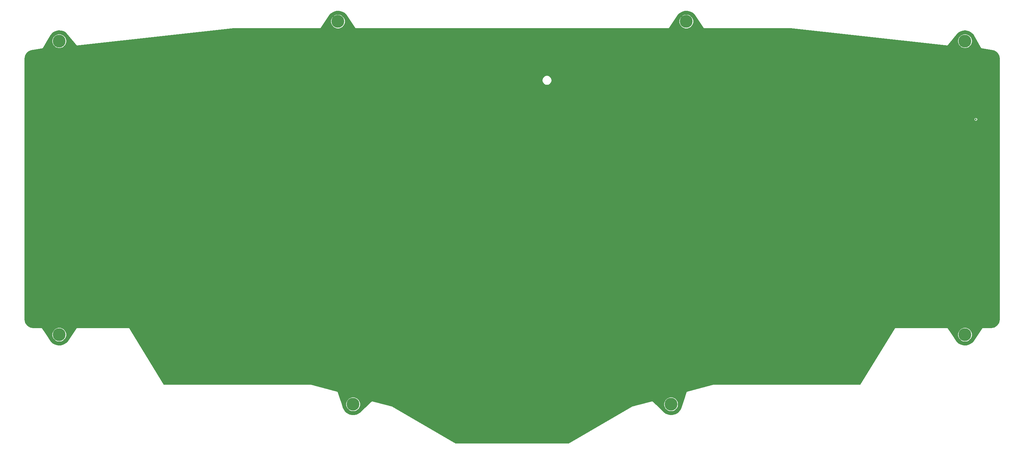
<source format=gbr>
G04 #@! TF.GenerationSoftware,KiCad,Pcbnew,(5.1.4-0)*
G04 #@! TF.CreationDate,2021-10-30T17:16:14-05:00*
G04 #@! TF.ProjectId,top_plate,746f705f-706c-4617-9465-2e6b69636164,rev?*
G04 #@! TF.SameCoordinates,Original*
G04 #@! TF.FileFunction,Copper,L2,Bot*
G04 #@! TF.FilePolarity,Positive*
%FSLAX46Y46*%
G04 Gerber Fmt 4.6, Leading zero omitted, Abs format (unit mm)*
G04 Created by KiCad (PCBNEW (5.1.4-0)) date 2021-10-30 17:16:14*
%MOMM*%
%LPD*%
G04 APERTURE LIST*
%ADD10C,3.500000*%
%ADD11C,0.500000*%
%ADD12C,0.254000*%
G04 APERTURE END LIST*
D10*
X73819060Y-78581485D03*
X73820040Y-158948739D03*
X150019380Y-73223743D03*
X154187295Y-177998755D03*
X245269780Y-73223743D03*
X241102993Y-177998755D03*
X321470256Y-78581436D03*
X321470100Y-158948675D03*
D11*
X324446847Y-100012626D03*
D12*
G36*
X245956876Y-70484692D02*
G01*
X246475829Y-70670197D01*
X246948874Y-70952972D01*
X247360828Y-71324806D01*
X247529519Y-71528720D01*
X249902320Y-75087923D01*
X249905888Y-75094599D01*
X249914578Y-75105187D01*
X249924769Y-75117630D01*
X249924832Y-75117682D01*
X249924883Y-75117744D01*
X249936232Y-75127058D01*
X249947893Y-75136649D01*
X249947966Y-75136688D01*
X249948028Y-75136739D01*
X249960967Y-75143655D01*
X249974284Y-75150791D01*
X249974363Y-75150815D01*
X249974434Y-75150853D01*
X249988424Y-75155096D01*
X250002928Y-75159513D01*
X250003011Y-75159521D01*
X250003086Y-75159544D01*
X250017628Y-75160976D01*
X250032722Y-75162479D01*
X250040265Y-75161744D01*
X273835895Y-75161605D01*
X316641945Y-79856746D01*
X316649344Y-79858297D01*
X316664523Y-79858453D01*
X316679168Y-79858615D01*
X316679225Y-79858604D01*
X316679283Y-79858605D01*
X316694223Y-79855794D01*
X316708597Y-79853100D01*
X316708649Y-79853079D01*
X316708708Y-79853068D01*
X316723102Y-79847279D01*
X316736384Y-79841949D01*
X316736430Y-79841919D01*
X316736487Y-79841896D01*
X316749124Y-79833639D01*
X316761463Y-79825591D01*
X316761506Y-79825549D01*
X316761552Y-79825519D01*
X316771910Y-79815373D01*
X316782868Y-79804655D01*
X316787136Y-79798418D01*
X317972753Y-78383764D01*
X319463256Y-78383764D01*
X319463256Y-78779108D01*
X319540384Y-79166856D01*
X319691676Y-79532107D01*
X319911317Y-79860824D01*
X320190868Y-80140375D01*
X320519585Y-80360016D01*
X320884836Y-80511308D01*
X321272584Y-80588436D01*
X321667928Y-80588436D01*
X322055676Y-80511308D01*
X322420927Y-80360016D01*
X322749644Y-80140375D01*
X323029195Y-79860824D01*
X323248836Y-79532107D01*
X323400128Y-79166856D01*
X323477256Y-78779108D01*
X323477256Y-78383764D01*
X323400128Y-77996016D01*
X323248836Y-77630765D01*
X323029195Y-77302048D01*
X322749644Y-77022497D01*
X322420927Y-76802856D01*
X322055676Y-76651564D01*
X321667928Y-76574436D01*
X321272584Y-76574436D01*
X320884836Y-76651564D01*
X320519585Y-76802856D01*
X320190868Y-77022497D01*
X319911317Y-77302048D01*
X319691676Y-77630765D01*
X319540384Y-77996016D01*
X319463256Y-78383764D01*
X317972753Y-78383764D01*
X319476176Y-76589911D01*
X319901609Y-76240455D01*
X320386159Y-75980643D01*
X320911935Y-75819897D01*
X321458931Y-75764335D01*
X322006292Y-75816075D01*
X322533185Y-75973150D01*
X323019531Y-76229571D01*
X323446810Y-76575575D01*
X323802855Y-77002913D01*
X323840453Y-77059913D01*
X325826287Y-80568409D01*
X325826323Y-80568519D01*
X325833409Y-80580993D01*
X325837276Y-80587825D01*
X325837349Y-80587929D01*
X325841112Y-80594553D01*
X325845939Y-80600136D01*
X325850192Y-80606179D01*
X325855715Y-80611441D01*
X325860696Y-80617202D01*
X325866518Y-80621734D01*
X325871869Y-80626833D01*
X325878313Y-80630917D01*
X325884322Y-80635595D01*
X325890916Y-80638904D01*
X325897159Y-80642861D01*
X325904276Y-80645609D01*
X325911082Y-80649025D01*
X325918197Y-80650985D01*
X325925091Y-80653647D01*
X325932606Y-80654954D01*
X325932719Y-80654985D01*
X325939867Y-80656217D01*
X325954590Y-80658777D01*
X325954710Y-80658774D01*
X328595556Y-81113795D01*
X328601026Y-81114192D01*
X329046868Y-81157908D01*
X329463238Y-81283617D01*
X329847258Y-81487804D01*
X330184307Y-81762694D01*
X330461539Y-82097811D01*
X330668406Y-82480404D01*
X330797019Y-82895882D01*
X330843234Y-83335591D01*
X330843264Y-83344232D01*
X330843289Y-154774035D01*
X330800116Y-155214340D01*
X330674407Y-155630710D01*
X330470219Y-156014731D01*
X330195330Y-156351779D01*
X329860213Y-156629011D01*
X329477620Y-156835878D01*
X329062142Y-156964491D01*
X328622433Y-157010706D01*
X328613732Y-157010736D01*
X326243900Y-157010800D01*
X326232658Y-157009705D01*
X326202864Y-157012671D01*
X326174220Y-157021393D01*
X326147829Y-157035535D01*
X326124705Y-157054554D01*
X326110485Y-157071917D01*
X326109246Y-157073776D01*
X326105821Y-157077949D01*
X326103223Y-157082810D01*
X323731576Y-160640283D01*
X323357272Y-161049195D01*
X322913287Y-161375694D01*
X322414333Y-161609741D01*
X321879424Y-161742416D01*
X321328939Y-161768666D01*
X320783836Y-161687493D01*
X320264881Y-161501988D01*
X319791834Y-161219212D01*
X319379880Y-160847378D01*
X319211192Y-160643468D01*
X317949549Y-158751003D01*
X319463100Y-158751003D01*
X319463100Y-159146347D01*
X319540228Y-159534095D01*
X319691520Y-159899346D01*
X319911161Y-160228063D01*
X320190712Y-160507614D01*
X320519429Y-160727255D01*
X320884680Y-160878547D01*
X321272428Y-160955675D01*
X321667772Y-160955675D01*
X322055520Y-160878547D01*
X322420771Y-160727255D01*
X322749488Y-160507614D01*
X323029039Y-160228063D01*
X323248680Y-159899346D01*
X323399972Y-159534095D01*
X323477100Y-159146347D01*
X323477100Y-158751003D01*
X323399972Y-158363255D01*
X323248680Y-157998004D01*
X323029039Y-157669287D01*
X322749488Y-157389736D01*
X322420771Y-157170095D01*
X322055520Y-157018803D01*
X321667772Y-156941675D01*
X321272428Y-156941675D01*
X320884680Y-157018803D01*
X320519429Y-157170095D01*
X320190712Y-157389736D01*
X319911161Y-157669287D01*
X319691520Y-157998004D01*
X319540228Y-158363255D01*
X319463100Y-158751003D01*
X317949549Y-158751003D01*
X316837421Y-157082811D01*
X316834818Y-157077942D01*
X316831391Y-157073766D01*
X316830158Y-157071917D01*
X316815938Y-157054554D01*
X316792814Y-157035535D01*
X316766423Y-157021393D01*
X316737779Y-157012671D01*
X316707985Y-157009705D01*
X316696744Y-157010800D01*
X302424643Y-157011161D01*
X302414302Y-157010532D01*
X302402272Y-157012174D01*
X302390220Y-157013361D01*
X302387477Y-157014193D01*
X302384635Y-157014581D01*
X302373166Y-157018534D01*
X302361568Y-157022053D01*
X302359041Y-157023404D01*
X302356328Y-157024339D01*
X302345846Y-157030457D01*
X302335162Y-157036168D01*
X302332948Y-157037985D01*
X302330469Y-157039432D01*
X302321381Y-157047478D01*
X302312018Y-157055163D01*
X302310200Y-157057378D01*
X302308052Y-157059280D01*
X302300711Y-157068941D01*
X302293023Y-157078309D01*
X302288149Y-157087428D01*
X292811555Y-172488732D01*
X252703760Y-172488732D01*
X252701190Y-172488985D01*
X252700992Y-172488979D01*
X252700616Y-172489042D01*
X252681425Y-172490932D01*
X252652773Y-172499623D01*
X252652477Y-172499781D01*
X245391097Y-174457745D01*
X245383744Y-174458966D01*
X245376676Y-174461634D01*
X245376634Y-174461645D01*
X245370658Y-174463905D01*
X245355731Y-174469539D01*
X245355685Y-174469568D01*
X245355642Y-174469584D01*
X245343696Y-174477038D01*
X245330319Y-174485373D01*
X245330282Y-174485408D01*
X245330240Y-174485434D01*
X245319304Y-174495709D01*
X245308485Y-174505861D01*
X245308457Y-174505901D01*
X245308419Y-174505936D01*
X245300012Y-174517708D01*
X245291067Y-174530215D01*
X245291044Y-174530265D01*
X245291018Y-174530302D01*
X245285393Y-174542769D01*
X245281823Y-174550666D01*
X245281805Y-174550720D01*
X245278703Y-174557594D01*
X245277025Y-174564843D01*
X243797869Y-178935467D01*
X243562549Y-179442654D01*
X243237141Y-179889063D01*
X242831216Y-180263770D01*
X242360248Y-180552493D01*
X241842163Y-180744241D01*
X241296702Y-180831706D01*
X240744641Y-180811559D01*
X240207011Y-180684569D01*
X239703229Y-180455088D01*
X239319351Y-180188038D01*
X236778398Y-177801083D01*
X239095993Y-177801083D01*
X239095993Y-178196427D01*
X239173121Y-178584175D01*
X239324413Y-178949426D01*
X239544054Y-179278143D01*
X239823605Y-179557694D01*
X240152322Y-179777335D01*
X240517573Y-179928627D01*
X240905321Y-180005755D01*
X241300665Y-180005755D01*
X241688413Y-179928627D01*
X242053664Y-179777335D01*
X242382381Y-179557694D01*
X242661932Y-179278143D01*
X242881573Y-178949426D01*
X243032865Y-178584175D01*
X243109993Y-178196427D01*
X243109993Y-177801083D01*
X243032865Y-177413335D01*
X242881573Y-177048084D01*
X242661932Y-176719367D01*
X242382381Y-176439816D01*
X242053664Y-176220175D01*
X241688413Y-176068883D01*
X241300665Y-175991755D01*
X240905321Y-175991755D01*
X240517573Y-176068883D01*
X240152322Y-176220175D01*
X239823605Y-176439816D01*
X239544054Y-176719367D01*
X239324413Y-177048084D01*
X239173121Y-177413335D01*
X239095993Y-177801083D01*
X236778398Y-177801083D01*
X236031221Y-177099190D01*
X236024522Y-177091986D01*
X236014256Y-177084574D01*
X236004256Y-177076878D01*
X236002154Y-177075837D01*
X236000246Y-177074460D01*
X235988745Y-177069200D01*
X235977423Y-177063595D01*
X235975154Y-177062983D01*
X235973017Y-177062006D01*
X235960731Y-177059095D01*
X235948513Y-177055802D01*
X235946164Y-177055645D01*
X235943882Y-177055104D01*
X235931264Y-177054646D01*
X235918640Y-177053800D01*
X235916310Y-177054103D01*
X235913961Y-177054018D01*
X235901474Y-177056034D01*
X235888949Y-177057664D01*
X235879641Y-177060808D01*
X230586721Y-178458939D01*
X230574288Y-178461840D01*
X230565433Y-178465854D01*
X230556344Y-178469238D01*
X230545515Y-178475919D01*
X213082540Y-188562390D01*
X182207348Y-188562156D01*
X164744828Y-178475314D01*
X164733944Y-178468599D01*
X164724832Y-178465206D01*
X164716003Y-178461204D01*
X164703614Y-178458312D01*
X159410663Y-177060175D01*
X159401340Y-177057025D01*
X159388788Y-177055392D01*
X159376326Y-177053380D01*
X159373979Y-177053465D01*
X159371648Y-177053162D01*
X159359024Y-177054008D01*
X159346406Y-177054466D01*
X159344124Y-177055006D01*
X159341774Y-177055164D01*
X159329549Y-177058459D01*
X159317271Y-177061368D01*
X159315136Y-177062345D01*
X159312864Y-177062957D01*
X159301519Y-177068573D01*
X159290042Y-177073822D01*
X159288140Y-177075195D01*
X159286031Y-177076239D01*
X159276004Y-177083956D01*
X159265766Y-177091348D01*
X159259074Y-177098544D01*
X155971780Y-180186610D01*
X155511405Y-180496664D01*
X155001991Y-180710380D01*
X154460770Y-180821080D01*
X153908355Y-180824547D01*
X153365783Y-180720651D01*
X152853728Y-180513348D01*
X152391690Y-180210534D01*
X151997267Y-179823744D01*
X151684828Y-179366748D01*
X151492790Y-178935927D01*
X151108724Y-177801083D01*
X152180295Y-177801083D01*
X152180295Y-178196427D01*
X152257423Y-178584175D01*
X152408715Y-178949426D01*
X152628356Y-179278143D01*
X152907907Y-179557694D01*
X153236624Y-179777335D01*
X153601875Y-179928627D01*
X153989623Y-180005755D01*
X154384967Y-180005755D01*
X154772715Y-179928627D01*
X155137966Y-179777335D01*
X155466683Y-179557694D01*
X155746234Y-179278143D01*
X155965875Y-178949426D01*
X156117167Y-178584175D01*
X156194295Y-178196427D01*
X156194295Y-177801083D01*
X156117167Y-177413335D01*
X155965875Y-177048084D01*
X155746234Y-176719367D01*
X155466683Y-176439816D01*
X155137966Y-176220175D01*
X154772715Y-176068883D01*
X154384967Y-175991755D01*
X153989623Y-175991755D01*
X153601875Y-176068883D01*
X153236624Y-176220175D01*
X152907907Y-176439816D01*
X152628356Y-176719367D01*
X152408715Y-177048084D01*
X152257423Y-177413335D01*
X152180295Y-177801083D01*
X151108724Y-177801083D01*
X150013266Y-174564216D01*
X150011585Y-174556955D01*
X150008478Y-174550069D01*
X150008464Y-174550028D01*
X150005739Y-174544000D01*
X149999270Y-174529663D01*
X149999240Y-174529621D01*
X149999220Y-174529577D01*
X149991443Y-174518703D01*
X149981869Y-174505297D01*
X149981826Y-174505257D01*
X149981802Y-174505223D01*
X149972598Y-174496587D01*
X149960048Y-174484795D01*
X149960000Y-174484765D01*
X149959968Y-174484735D01*
X149948447Y-174477556D01*
X149934646Y-174468945D01*
X149934597Y-174468926D01*
X149934556Y-174468901D01*
X149921443Y-174463952D01*
X149913654Y-174461006D01*
X149913599Y-174460991D01*
X149906543Y-174458328D01*
X149899202Y-174457109D01*
X142620888Y-172494580D01*
X142608860Y-172490932D01*
X142599031Y-172489964D01*
X142589295Y-172488341D01*
X142576736Y-172488732D01*
X102479116Y-172489350D01*
X93001014Y-157087435D01*
X92996137Y-157078309D01*
X92988430Y-157068918D01*
X92981101Y-157059274D01*
X92978961Y-157057379D01*
X92977142Y-157055163D01*
X92967758Y-157047462D01*
X92958683Y-157039427D01*
X92956211Y-157037984D01*
X92953998Y-157036168D01*
X92943309Y-157030454D01*
X92932824Y-157024335D01*
X92930114Y-157023401D01*
X92927592Y-157022053D01*
X92915990Y-157018533D01*
X92904516Y-157014579D01*
X92901679Y-157014192D01*
X92898940Y-157013361D01*
X92886877Y-157012173D01*
X92874849Y-157010532D01*
X92864520Y-157011161D01*
X78592260Y-157010800D01*
X78582866Y-157009885D01*
X78553072Y-157012851D01*
X78524428Y-157021573D01*
X78498037Y-157035715D01*
X78474913Y-157054734D01*
X78460693Y-157072097D01*
X78460095Y-157072994D01*
X78456034Y-157077942D01*
X78452950Y-157083712D01*
X76081784Y-160640463D01*
X75707480Y-161049375D01*
X75263495Y-161375874D01*
X74764541Y-161609921D01*
X74229632Y-161742596D01*
X73679147Y-161768846D01*
X73134044Y-161687673D01*
X72615089Y-161502168D01*
X72142042Y-161219392D01*
X71730088Y-160847558D01*
X71561400Y-160643648D01*
X70299680Y-158751067D01*
X71813040Y-158751067D01*
X71813040Y-159146411D01*
X71890168Y-159534159D01*
X72041460Y-159899410D01*
X72261101Y-160228127D01*
X72540652Y-160507678D01*
X72869369Y-160727319D01*
X73234620Y-160878611D01*
X73622368Y-160955739D01*
X74017712Y-160955739D01*
X74405460Y-160878611D01*
X74770711Y-160727319D01*
X75099428Y-160507678D01*
X75378979Y-160228127D01*
X75598620Y-159899410D01*
X75749912Y-159534159D01*
X75827040Y-159146411D01*
X75827040Y-158751067D01*
X75749912Y-158363319D01*
X75598620Y-157998068D01*
X75378979Y-157669351D01*
X75099428Y-157389800D01*
X74770711Y-157170159D01*
X74405460Y-157018867D01*
X74017712Y-156941739D01*
X73622368Y-156941739D01*
X73234620Y-157018867D01*
X72869369Y-157170159D01*
X72540652Y-157389800D01*
X72261101Y-157669351D01*
X72041460Y-157998068D01*
X71890168Y-158363319D01*
X71813040Y-158751067D01*
X70299680Y-158751067D01*
X69188111Y-157083715D01*
X69185016Y-157077926D01*
X69180951Y-157072975D01*
X69180366Y-157072097D01*
X69166146Y-157054734D01*
X69143022Y-157035715D01*
X69116631Y-157021573D01*
X69087987Y-157012851D01*
X69058193Y-157009885D01*
X69048788Y-157010802D01*
X66682716Y-157011160D01*
X66242424Y-156967988D01*
X65826054Y-156842279D01*
X65442033Y-156638091D01*
X65104985Y-156363202D01*
X64827753Y-156028085D01*
X64620886Y-155645492D01*
X64492273Y-155230014D01*
X64446058Y-154790305D01*
X64446027Y-154781378D01*
X64446019Y-154781299D01*
X64446025Y-99962691D01*
X323939847Y-99962691D01*
X323939847Y-100062561D01*
X323959331Y-100160512D01*
X323997550Y-100252780D01*
X324053035Y-100335820D01*
X324123653Y-100406438D01*
X324206693Y-100461923D01*
X324298961Y-100500142D01*
X324396912Y-100519626D01*
X324496782Y-100519626D01*
X324594733Y-100500142D01*
X324687001Y-100461923D01*
X324770041Y-100406438D01*
X324840659Y-100335820D01*
X324896144Y-100252780D01*
X324934363Y-100160512D01*
X324953847Y-100062561D01*
X324953847Y-99962691D01*
X324934363Y-99864740D01*
X324896144Y-99772472D01*
X324840659Y-99689432D01*
X324770041Y-99618814D01*
X324687001Y-99563329D01*
X324594733Y-99525110D01*
X324496782Y-99505626D01*
X324396912Y-99505626D01*
X324298961Y-99525110D01*
X324206693Y-99563329D01*
X324123653Y-99618814D01*
X324053035Y-99689432D01*
X323997550Y-99772472D01*
X323959331Y-99864740D01*
X323939847Y-99962691D01*
X64446025Y-99962691D01*
X64446027Y-89163399D01*
X205813418Y-89163399D01*
X205813418Y-89430705D01*
X205865567Y-89692874D01*
X205967860Y-89939833D01*
X206116367Y-90162089D01*
X206305381Y-90351103D01*
X206527637Y-90499610D01*
X206774596Y-90601903D01*
X207036765Y-90654052D01*
X207304071Y-90654052D01*
X207566240Y-90601903D01*
X207813199Y-90499610D01*
X208035455Y-90351103D01*
X208224469Y-90162089D01*
X208372976Y-89939833D01*
X208475269Y-89692874D01*
X208527418Y-89430705D01*
X208527418Y-89163399D01*
X208475269Y-88901230D01*
X208372976Y-88654271D01*
X208224469Y-88432015D01*
X208035455Y-88243001D01*
X207813199Y-88094494D01*
X207566240Y-87992201D01*
X207304071Y-87940052D01*
X207036765Y-87940052D01*
X206774596Y-87992201D01*
X206527637Y-88094494D01*
X206305381Y-88243001D01*
X206116367Y-88432015D01*
X205967860Y-88654271D01*
X205865567Y-88901230D01*
X205813418Y-89163399D01*
X64446027Y-89163399D01*
X64446028Y-83351427D01*
X64489200Y-82911132D01*
X64614909Y-82494762D01*
X64819096Y-82110742D01*
X65093986Y-81773693D01*
X65429103Y-81496461D01*
X65811696Y-81289594D01*
X66227174Y-81160981D01*
X66666459Y-81114811D01*
X66671352Y-81115420D01*
X66693735Y-81113795D01*
X69334587Y-80658774D01*
X69334701Y-80658777D01*
X69348695Y-80656343D01*
X69356573Y-80654986D01*
X69356697Y-80654952D01*
X69364200Y-80653647D01*
X69371082Y-80650990D01*
X69378210Y-80649026D01*
X69385031Y-80645603D01*
X69392131Y-80642861D01*
X69398359Y-80638914D01*
X69404970Y-80635596D01*
X69410994Y-80630906D01*
X69417421Y-80626833D01*
X69422758Y-80621748D01*
X69428596Y-80617203D01*
X69433592Y-80611425D01*
X69439098Y-80606179D01*
X69443340Y-80600152D01*
X69448180Y-80594554D01*
X69451950Y-80587917D01*
X69452015Y-80587825D01*
X69455452Y-80581753D01*
X69462969Y-80568520D01*
X69463008Y-80568404D01*
X70699503Y-78383813D01*
X71812060Y-78383813D01*
X71812060Y-78779157D01*
X71889188Y-79166905D01*
X72040480Y-79532156D01*
X72260121Y-79860873D01*
X72539672Y-80140424D01*
X72868389Y-80360065D01*
X73233640Y-80511357D01*
X73621388Y-80588485D01*
X74016732Y-80588485D01*
X74404480Y-80511357D01*
X74769731Y-80360065D01*
X75098448Y-80140424D01*
X75377999Y-79860873D01*
X75597640Y-79532156D01*
X75748932Y-79166905D01*
X75826060Y-78779157D01*
X75826060Y-78383813D01*
X75748932Y-77996065D01*
X75597640Y-77630814D01*
X75377999Y-77302097D01*
X75098448Y-77022546D01*
X74769731Y-76802905D01*
X74404480Y-76651613D01*
X74016732Y-76574485D01*
X73621388Y-76574485D01*
X73233640Y-76651613D01*
X72868389Y-76802905D01*
X72539672Y-77022546D01*
X72260121Y-77302097D01*
X72040480Y-77630814D01*
X71889188Y-77996065D01*
X71812060Y-78383813D01*
X70699503Y-78383813D01*
X71445693Y-77065474D01*
X71787900Y-76630905D01*
X72205470Y-76273248D01*
X72684559Y-76003507D01*
X73206921Y-75831956D01*
X73752647Y-75765135D01*
X74300961Y-75805586D01*
X74830977Y-75951769D01*
X75322509Y-76198117D01*
X75761892Y-76539173D01*
X75809002Y-76585001D01*
X78502160Y-79798424D01*
X78506424Y-79804655D01*
X78516394Y-79814406D01*
X78527739Y-79825519D01*
X78527791Y-79825553D01*
X78527830Y-79825591D01*
X78539270Y-79833053D01*
X78552804Y-79841896D01*
X78552863Y-79841920D01*
X78552908Y-79841949D01*
X78565729Y-79847094D01*
X78580583Y-79853068D01*
X78580644Y-79853079D01*
X78580695Y-79853100D01*
X78594825Y-79855748D01*
X78610008Y-79858605D01*
X78610067Y-79858604D01*
X78610124Y-79858615D01*
X78624776Y-79858453D01*
X78639948Y-79858297D01*
X78647347Y-79856746D01*
X121453406Y-75161605D01*
X145250586Y-75161744D01*
X145258129Y-75162479D01*
X145273129Y-75160986D01*
X145287766Y-75159544D01*
X145287841Y-75159521D01*
X145287923Y-75159513D01*
X145302167Y-75155176D01*
X145316418Y-75150853D01*
X145316490Y-75150814D01*
X145316567Y-75150791D01*
X145329493Y-75143865D01*
X145342824Y-75136739D01*
X145342888Y-75136687D01*
X145342958Y-75136649D01*
X145354159Y-75127437D01*
X145365969Y-75117744D01*
X145366022Y-75117679D01*
X145366082Y-75117630D01*
X145375378Y-75106279D01*
X145384964Y-75094599D01*
X145388536Y-75087916D01*
X146763098Y-73026071D01*
X148012380Y-73026071D01*
X148012380Y-73421415D01*
X148089508Y-73809163D01*
X148240800Y-74174414D01*
X148460441Y-74503131D01*
X148739992Y-74782682D01*
X149068709Y-75002323D01*
X149433960Y-75153615D01*
X149821708Y-75230743D01*
X150217052Y-75230743D01*
X150604800Y-75153615D01*
X150970051Y-75002323D01*
X151298768Y-74782682D01*
X151578319Y-74503131D01*
X151797960Y-74174414D01*
X151949252Y-73809163D01*
X152026380Y-73421415D01*
X152026380Y-73026071D01*
X151949252Y-72638323D01*
X151797960Y-72273072D01*
X151578319Y-71944355D01*
X151298768Y-71664804D01*
X150970051Y-71445163D01*
X150604800Y-71293871D01*
X150217052Y-71216743D01*
X149821708Y-71216743D01*
X149433960Y-71293871D01*
X149068709Y-71445163D01*
X148739992Y-71664804D01*
X148460441Y-71944355D01*
X148240800Y-72273072D01*
X148089508Y-72638323D01*
X148012380Y-73026071D01*
X146763098Y-73026071D01*
X147759214Y-71531898D01*
X148133516Y-71122989D01*
X148577504Y-70796489D01*
X149076455Y-70562443D01*
X149611364Y-70429768D01*
X150161849Y-70403518D01*
X150706956Y-70484692D01*
X151225909Y-70670197D01*
X151698954Y-70952972D01*
X152110908Y-71324806D01*
X152279599Y-71528720D01*
X154652395Y-75087915D01*
X154655967Y-75094599D01*
X154665553Y-75106279D01*
X154674849Y-75117630D01*
X154674909Y-75117679D01*
X154674962Y-75117744D01*
X154686772Y-75127437D01*
X154697973Y-75136649D01*
X154698043Y-75136687D01*
X154698107Y-75136739D01*
X154711438Y-75143865D01*
X154724364Y-75150791D01*
X154724441Y-75150814D01*
X154724513Y-75150853D01*
X154738764Y-75155176D01*
X154753008Y-75159513D01*
X154753090Y-75159521D01*
X154753165Y-75159544D01*
X154767802Y-75160986D01*
X154782802Y-75162479D01*
X154790344Y-75161744D01*
X240500507Y-75161744D01*
X240508049Y-75162479D01*
X240522955Y-75160995D01*
X240537687Y-75159544D01*
X240537763Y-75159521D01*
X240537843Y-75159513D01*
X240551827Y-75155255D01*
X240566339Y-75150853D01*
X240566413Y-75150814D01*
X240566487Y-75150791D01*
X240579021Y-75144074D01*
X240592745Y-75136739D01*
X240592811Y-75136685D01*
X240592878Y-75136649D01*
X240603619Y-75127815D01*
X240615890Y-75117744D01*
X240615945Y-75117677D01*
X240616002Y-75117630D01*
X240624820Y-75106863D01*
X240634885Y-75094599D01*
X240638461Y-75087908D01*
X242013018Y-73026071D01*
X243262780Y-73026071D01*
X243262780Y-73421415D01*
X243339908Y-73809163D01*
X243491200Y-74174414D01*
X243710841Y-74503131D01*
X243990392Y-74782682D01*
X244319109Y-75002323D01*
X244684360Y-75153615D01*
X245072108Y-75230743D01*
X245467452Y-75230743D01*
X245855200Y-75153615D01*
X246220451Y-75002323D01*
X246549168Y-74782682D01*
X246828719Y-74503131D01*
X247048360Y-74174414D01*
X247199652Y-73809163D01*
X247276780Y-73421415D01*
X247276780Y-73026071D01*
X247199652Y-72638323D01*
X247048360Y-72273072D01*
X246828719Y-71944355D01*
X246549168Y-71664804D01*
X246220451Y-71445163D01*
X245855200Y-71293871D01*
X245467452Y-71216743D01*
X245072108Y-71216743D01*
X244684360Y-71293871D01*
X244319109Y-71445163D01*
X243990392Y-71664804D01*
X243710841Y-71944355D01*
X243491200Y-72273072D01*
X243339908Y-72638323D01*
X243262780Y-73026071D01*
X242013018Y-73026071D01*
X243009134Y-71531898D01*
X243383436Y-71122989D01*
X243827424Y-70796489D01*
X244326375Y-70562443D01*
X244861284Y-70429768D01*
X245411769Y-70403518D01*
X245956876Y-70484692D01*
X245956876Y-70484692D01*
G37*
X245956876Y-70484692D02*
X246475829Y-70670197D01*
X246948874Y-70952972D01*
X247360828Y-71324806D01*
X247529519Y-71528720D01*
X249902320Y-75087923D01*
X249905888Y-75094599D01*
X249914578Y-75105187D01*
X249924769Y-75117630D01*
X249924832Y-75117682D01*
X249924883Y-75117744D01*
X249936232Y-75127058D01*
X249947893Y-75136649D01*
X249947966Y-75136688D01*
X249948028Y-75136739D01*
X249960967Y-75143655D01*
X249974284Y-75150791D01*
X249974363Y-75150815D01*
X249974434Y-75150853D01*
X249988424Y-75155096D01*
X250002928Y-75159513D01*
X250003011Y-75159521D01*
X250003086Y-75159544D01*
X250017628Y-75160976D01*
X250032722Y-75162479D01*
X250040265Y-75161744D01*
X273835895Y-75161605D01*
X316641945Y-79856746D01*
X316649344Y-79858297D01*
X316664523Y-79858453D01*
X316679168Y-79858615D01*
X316679225Y-79858604D01*
X316679283Y-79858605D01*
X316694223Y-79855794D01*
X316708597Y-79853100D01*
X316708649Y-79853079D01*
X316708708Y-79853068D01*
X316723102Y-79847279D01*
X316736384Y-79841949D01*
X316736430Y-79841919D01*
X316736487Y-79841896D01*
X316749124Y-79833639D01*
X316761463Y-79825591D01*
X316761506Y-79825549D01*
X316761552Y-79825519D01*
X316771910Y-79815373D01*
X316782868Y-79804655D01*
X316787136Y-79798418D01*
X317972753Y-78383764D01*
X319463256Y-78383764D01*
X319463256Y-78779108D01*
X319540384Y-79166856D01*
X319691676Y-79532107D01*
X319911317Y-79860824D01*
X320190868Y-80140375D01*
X320519585Y-80360016D01*
X320884836Y-80511308D01*
X321272584Y-80588436D01*
X321667928Y-80588436D01*
X322055676Y-80511308D01*
X322420927Y-80360016D01*
X322749644Y-80140375D01*
X323029195Y-79860824D01*
X323248836Y-79532107D01*
X323400128Y-79166856D01*
X323477256Y-78779108D01*
X323477256Y-78383764D01*
X323400128Y-77996016D01*
X323248836Y-77630765D01*
X323029195Y-77302048D01*
X322749644Y-77022497D01*
X322420927Y-76802856D01*
X322055676Y-76651564D01*
X321667928Y-76574436D01*
X321272584Y-76574436D01*
X320884836Y-76651564D01*
X320519585Y-76802856D01*
X320190868Y-77022497D01*
X319911317Y-77302048D01*
X319691676Y-77630765D01*
X319540384Y-77996016D01*
X319463256Y-78383764D01*
X317972753Y-78383764D01*
X319476176Y-76589911D01*
X319901609Y-76240455D01*
X320386159Y-75980643D01*
X320911935Y-75819897D01*
X321458931Y-75764335D01*
X322006292Y-75816075D01*
X322533185Y-75973150D01*
X323019531Y-76229571D01*
X323446810Y-76575575D01*
X323802855Y-77002913D01*
X323840453Y-77059913D01*
X325826287Y-80568409D01*
X325826323Y-80568519D01*
X325833409Y-80580993D01*
X325837276Y-80587825D01*
X325837349Y-80587929D01*
X325841112Y-80594553D01*
X325845939Y-80600136D01*
X325850192Y-80606179D01*
X325855715Y-80611441D01*
X325860696Y-80617202D01*
X325866518Y-80621734D01*
X325871869Y-80626833D01*
X325878313Y-80630917D01*
X325884322Y-80635595D01*
X325890916Y-80638904D01*
X325897159Y-80642861D01*
X325904276Y-80645609D01*
X325911082Y-80649025D01*
X325918197Y-80650985D01*
X325925091Y-80653647D01*
X325932606Y-80654954D01*
X325932719Y-80654985D01*
X325939867Y-80656217D01*
X325954590Y-80658777D01*
X325954710Y-80658774D01*
X328595556Y-81113795D01*
X328601026Y-81114192D01*
X329046868Y-81157908D01*
X329463238Y-81283617D01*
X329847258Y-81487804D01*
X330184307Y-81762694D01*
X330461539Y-82097811D01*
X330668406Y-82480404D01*
X330797019Y-82895882D01*
X330843234Y-83335591D01*
X330843264Y-83344232D01*
X330843289Y-154774035D01*
X330800116Y-155214340D01*
X330674407Y-155630710D01*
X330470219Y-156014731D01*
X330195330Y-156351779D01*
X329860213Y-156629011D01*
X329477620Y-156835878D01*
X329062142Y-156964491D01*
X328622433Y-157010706D01*
X328613732Y-157010736D01*
X326243900Y-157010800D01*
X326232658Y-157009705D01*
X326202864Y-157012671D01*
X326174220Y-157021393D01*
X326147829Y-157035535D01*
X326124705Y-157054554D01*
X326110485Y-157071917D01*
X326109246Y-157073776D01*
X326105821Y-157077949D01*
X326103223Y-157082810D01*
X323731576Y-160640283D01*
X323357272Y-161049195D01*
X322913287Y-161375694D01*
X322414333Y-161609741D01*
X321879424Y-161742416D01*
X321328939Y-161768666D01*
X320783836Y-161687493D01*
X320264881Y-161501988D01*
X319791834Y-161219212D01*
X319379880Y-160847378D01*
X319211192Y-160643468D01*
X317949549Y-158751003D01*
X319463100Y-158751003D01*
X319463100Y-159146347D01*
X319540228Y-159534095D01*
X319691520Y-159899346D01*
X319911161Y-160228063D01*
X320190712Y-160507614D01*
X320519429Y-160727255D01*
X320884680Y-160878547D01*
X321272428Y-160955675D01*
X321667772Y-160955675D01*
X322055520Y-160878547D01*
X322420771Y-160727255D01*
X322749488Y-160507614D01*
X323029039Y-160228063D01*
X323248680Y-159899346D01*
X323399972Y-159534095D01*
X323477100Y-159146347D01*
X323477100Y-158751003D01*
X323399972Y-158363255D01*
X323248680Y-157998004D01*
X323029039Y-157669287D01*
X322749488Y-157389736D01*
X322420771Y-157170095D01*
X322055520Y-157018803D01*
X321667772Y-156941675D01*
X321272428Y-156941675D01*
X320884680Y-157018803D01*
X320519429Y-157170095D01*
X320190712Y-157389736D01*
X319911161Y-157669287D01*
X319691520Y-157998004D01*
X319540228Y-158363255D01*
X319463100Y-158751003D01*
X317949549Y-158751003D01*
X316837421Y-157082811D01*
X316834818Y-157077942D01*
X316831391Y-157073766D01*
X316830158Y-157071917D01*
X316815938Y-157054554D01*
X316792814Y-157035535D01*
X316766423Y-157021393D01*
X316737779Y-157012671D01*
X316707985Y-157009705D01*
X316696744Y-157010800D01*
X302424643Y-157011161D01*
X302414302Y-157010532D01*
X302402272Y-157012174D01*
X302390220Y-157013361D01*
X302387477Y-157014193D01*
X302384635Y-157014581D01*
X302373166Y-157018534D01*
X302361568Y-157022053D01*
X302359041Y-157023404D01*
X302356328Y-157024339D01*
X302345846Y-157030457D01*
X302335162Y-157036168D01*
X302332948Y-157037985D01*
X302330469Y-157039432D01*
X302321381Y-157047478D01*
X302312018Y-157055163D01*
X302310200Y-157057378D01*
X302308052Y-157059280D01*
X302300711Y-157068941D01*
X302293023Y-157078309D01*
X302288149Y-157087428D01*
X292811555Y-172488732D01*
X252703760Y-172488732D01*
X252701190Y-172488985D01*
X252700992Y-172488979D01*
X252700616Y-172489042D01*
X252681425Y-172490932D01*
X252652773Y-172499623D01*
X252652477Y-172499781D01*
X245391097Y-174457745D01*
X245383744Y-174458966D01*
X245376676Y-174461634D01*
X245376634Y-174461645D01*
X245370658Y-174463905D01*
X245355731Y-174469539D01*
X245355685Y-174469568D01*
X245355642Y-174469584D01*
X245343696Y-174477038D01*
X245330319Y-174485373D01*
X245330282Y-174485408D01*
X245330240Y-174485434D01*
X245319304Y-174495709D01*
X245308485Y-174505861D01*
X245308457Y-174505901D01*
X245308419Y-174505936D01*
X245300012Y-174517708D01*
X245291067Y-174530215D01*
X245291044Y-174530265D01*
X245291018Y-174530302D01*
X245285393Y-174542769D01*
X245281823Y-174550666D01*
X245281805Y-174550720D01*
X245278703Y-174557594D01*
X245277025Y-174564843D01*
X243797869Y-178935467D01*
X243562549Y-179442654D01*
X243237141Y-179889063D01*
X242831216Y-180263770D01*
X242360248Y-180552493D01*
X241842163Y-180744241D01*
X241296702Y-180831706D01*
X240744641Y-180811559D01*
X240207011Y-180684569D01*
X239703229Y-180455088D01*
X239319351Y-180188038D01*
X236778398Y-177801083D01*
X239095993Y-177801083D01*
X239095993Y-178196427D01*
X239173121Y-178584175D01*
X239324413Y-178949426D01*
X239544054Y-179278143D01*
X239823605Y-179557694D01*
X240152322Y-179777335D01*
X240517573Y-179928627D01*
X240905321Y-180005755D01*
X241300665Y-180005755D01*
X241688413Y-179928627D01*
X242053664Y-179777335D01*
X242382381Y-179557694D01*
X242661932Y-179278143D01*
X242881573Y-178949426D01*
X243032865Y-178584175D01*
X243109993Y-178196427D01*
X243109993Y-177801083D01*
X243032865Y-177413335D01*
X242881573Y-177048084D01*
X242661932Y-176719367D01*
X242382381Y-176439816D01*
X242053664Y-176220175D01*
X241688413Y-176068883D01*
X241300665Y-175991755D01*
X240905321Y-175991755D01*
X240517573Y-176068883D01*
X240152322Y-176220175D01*
X239823605Y-176439816D01*
X239544054Y-176719367D01*
X239324413Y-177048084D01*
X239173121Y-177413335D01*
X239095993Y-177801083D01*
X236778398Y-177801083D01*
X236031221Y-177099190D01*
X236024522Y-177091986D01*
X236014256Y-177084574D01*
X236004256Y-177076878D01*
X236002154Y-177075837D01*
X236000246Y-177074460D01*
X235988745Y-177069200D01*
X235977423Y-177063595D01*
X235975154Y-177062983D01*
X235973017Y-177062006D01*
X235960731Y-177059095D01*
X235948513Y-177055802D01*
X235946164Y-177055645D01*
X235943882Y-177055104D01*
X235931264Y-177054646D01*
X235918640Y-177053800D01*
X235916310Y-177054103D01*
X235913961Y-177054018D01*
X235901474Y-177056034D01*
X235888949Y-177057664D01*
X235879641Y-177060808D01*
X230586721Y-178458939D01*
X230574288Y-178461840D01*
X230565433Y-178465854D01*
X230556344Y-178469238D01*
X230545515Y-178475919D01*
X213082540Y-188562390D01*
X182207348Y-188562156D01*
X164744828Y-178475314D01*
X164733944Y-178468599D01*
X164724832Y-178465206D01*
X164716003Y-178461204D01*
X164703614Y-178458312D01*
X159410663Y-177060175D01*
X159401340Y-177057025D01*
X159388788Y-177055392D01*
X159376326Y-177053380D01*
X159373979Y-177053465D01*
X159371648Y-177053162D01*
X159359024Y-177054008D01*
X159346406Y-177054466D01*
X159344124Y-177055006D01*
X159341774Y-177055164D01*
X159329549Y-177058459D01*
X159317271Y-177061368D01*
X159315136Y-177062345D01*
X159312864Y-177062957D01*
X159301519Y-177068573D01*
X159290042Y-177073822D01*
X159288140Y-177075195D01*
X159286031Y-177076239D01*
X159276004Y-177083956D01*
X159265766Y-177091348D01*
X159259074Y-177098544D01*
X155971780Y-180186610D01*
X155511405Y-180496664D01*
X155001991Y-180710380D01*
X154460770Y-180821080D01*
X153908355Y-180824547D01*
X153365783Y-180720651D01*
X152853728Y-180513348D01*
X152391690Y-180210534D01*
X151997267Y-179823744D01*
X151684828Y-179366748D01*
X151492790Y-178935927D01*
X151108724Y-177801083D01*
X152180295Y-177801083D01*
X152180295Y-178196427D01*
X152257423Y-178584175D01*
X152408715Y-178949426D01*
X152628356Y-179278143D01*
X152907907Y-179557694D01*
X153236624Y-179777335D01*
X153601875Y-179928627D01*
X153989623Y-180005755D01*
X154384967Y-180005755D01*
X154772715Y-179928627D01*
X155137966Y-179777335D01*
X155466683Y-179557694D01*
X155746234Y-179278143D01*
X155965875Y-178949426D01*
X156117167Y-178584175D01*
X156194295Y-178196427D01*
X156194295Y-177801083D01*
X156117167Y-177413335D01*
X155965875Y-177048084D01*
X155746234Y-176719367D01*
X155466683Y-176439816D01*
X155137966Y-176220175D01*
X154772715Y-176068883D01*
X154384967Y-175991755D01*
X153989623Y-175991755D01*
X153601875Y-176068883D01*
X153236624Y-176220175D01*
X152907907Y-176439816D01*
X152628356Y-176719367D01*
X152408715Y-177048084D01*
X152257423Y-177413335D01*
X152180295Y-177801083D01*
X151108724Y-177801083D01*
X150013266Y-174564216D01*
X150011585Y-174556955D01*
X150008478Y-174550069D01*
X150008464Y-174550028D01*
X150005739Y-174544000D01*
X149999270Y-174529663D01*
X149999240Y-174529621D01*
X149999220Y-174529577D01*
X149991443Y-174518703D01*
X149981869Y-174505297D01*
X149981826Y-174505257D01*
X149981802Y-174505223D01*
X149972598Y-174496587D01*
X149960048Y-174484795D01*
X149960000Y-174484765D01*
X149959968Y-174484735D01*
X149948447Y-174477556D01*
X149934646Y-174468945D01*
X149934597Y-174468926D01*
X149934556Y-174468901D01*
X149921443Y-174463952D01*
X149913654Y-174461006D01*
X149913599Y-174460991D01*
X149906543Y-174458328D01*
X149899202Y-174457109D01*
X142620888Y-172494580D01*
X142608860Y-172490932D01*
X142599031Y-172489964D01*
X142589295Y-172488341D01*
X142576736Y-172488732D01*
X102479116Y-172489350D01*
X93001014Y-157087435D01*
X92996137Y-157078309D01*
X92988430Y-157068918D01*
X92981101Y-157059274D01*
X92978961Y-157057379D01*
X92977142Y-157055163D01*
X92967758Y-157047462D01*
X92958683Y-157039427D01*
X92956211Y-157037984D01*
X92953998Y-157036168D01*
X92943309Y-157030454D01*
X92932824Y-157024335D01*
X92930114Y-157023401D01*
X92927592Y-157022053D01*
X92915990Y-157018533D01*
X92904516Y-157014579D01*
X92901679Y-157014192D01*
X92898940Y-157013361D01*
X92886877Y-157012173D01*
X92874849Y-157010532D01*
X92864520Y-157011161D01*
X78592260Y-157010800D01*
X78582866Y-157009885D01*
X78553072Y-157012851D01*
X78524428Y-157021573D01*
X78498037Y-157035715D01*
X78474913Y-157054734D01*
X78460693Y-157072097D01*
X78460095Y-157072994D01*
X78456034Y-157077942D01*
X78452950Y-157083712D01*
X76081784Y-160640463D01*
X75707480Y-161049375D01*
X75263495Y-161375874D01*
X74764541Y-161609921D01*
X74229632Y-161742596D01*
X73679147Y-161768846D01*
X73134044Y-161687673D01*
X72615089Y-161502168D01*
X72142042Y-161219392D01*
X71730088Y-160847558D01*
X71561400Y-160643648D01*
X70299680Y-158751067D01*
X71813040Y-158751067D01*
X71813040Y-159146411D01*
X71890168Y-159534159D01*
X72041460Y-159899410D01*
X72261101Y-160228127D01*
X72540652Y-160507678D01*
X72869369Y-160727319D01*
X73234620Y-160878611D01*
X73622368Y-160955739D01*
X74017712Y-160955739D01*
X74405460Y-160878611D01*
X74770711Y-160727319D01*
X75099428Y-160507678D01*
X75378979Y-160228127D01*
X75598620Y-159899410D01*
X75749912Y-159534159D01*
X75827040Y-159146411D01*
X75827040Y-158751067D01*
X75749912Y-158363319D01*
X75598620Y-157998068D01*
X75378979Y-157669351D01*
X75099428Y-157389800D01*
X74770711Y-157170159D01*
X74405460Y-157018867D01*
X74017712Y-156941739D01*
X73622368Y-156941739D01*
X73234620Y-157018867D01*
X72869369Y-157170159D01*
X72540652Y-157389800D01*
X72261101Y-157669351D01*
X72041460Y-157998068D01*
X71890168Y-158363319D01*
X71813040Y-158751067D01*
X70299680Y-158751067D01*
X69188111Y-157083715D01*
X69185016Y-157077926D01*
X69180951Y-157072975D01*
X69180366Y-157072097D01*
X69166146Y-157054734D01*
X69143022Y-157035715D01*
X69116631Y-157021573D01*
X69087987Y-157012851D01*
X69058193Y-157009885D01*
X69048788Y-157010802D01*
X66682716Y-157011160D01*
X66242424Y-156967988D01*
X65826054Y-156842279D01*
X65442033Y-156638091D01*
X65104985Y-156363202D01*
X64827753Y-156028085D01*
X64620886Y-155645492D01*
X64492273Y-155230014D01*
X64446058Y-154790305D01*
X64446027Y-154781378D01*
X64446019Y-154781299D01*
X64446025Y-99962691D01*
X323939847Y-99962691D01*
X323939847Y-100062561D01*
X323959331Y-100160512D01*
X323997550Y-100252780D01*
X324053035Y-100335820D01*
X324123653Y-100406438D01*
X324206693Y-100461923D01*
X324298961Y-100500142D01*
X324396912Y-100519626D01*
X324496782Y-100519626D01*
X324594733Y-100500142D01*
X324687001Y-100461923D01*
X324770041Y-100406438D01*
X324840659Y-100335820D01*
X324896144Y-100252780D01*
X324934363Y-100160512D01*
X324953847Y-100062561D01*
X324953847Y-99962691D01*
X324934363Y-99864740D01*
X324896144Y-99772472D01*
X324840659Y-99689432D01*
X324770041Y-99618814D01*
X324687001Y-99563329D01*
X324594733Y-99525110D01*
X324496782Y-99505626D01*
X324396912Y-99505626D01*
X324298961Y-99525110D01*
X324206693Y-99563329D01*
X324123653Y-99618814D01*
X324053035Y-99689432D01*
X323997550Y-99772472D01*
X323959331Y-99864740D01*
X323939847Y-99962691D01*
X64446025Y-99962691D01*
X64446027Y-89163399D01*
X205813418Y-89163399D01*
X205813418Y-89430705D01*
X205865567Y-89692874D01*
X205967860Y-89939833D01*
X206116367Y-90162089D01*
X206305381Y-90351103D01*
X206527637Y-90499610D01*
X206774596Y-90601903D01*
X207036765Y-90654052D01*
X207304071Y-90654052D01*
X207566240Y-90601903D01*
X207813199Y-90499610D01*
X208035455Y-90351103D01*
X208224469Y-90162089D01*
X208372976Y-89939833D01*
X208475269Y-89692874D01*
X208527418Y-89430705D01*
X208527418Y-89163399D01*
X208475269Y-88901230D01*
X208372976Y-88654271D01*
X208224469Y-88432015D01*
X208035455Y-88243001D01*
X207813199Y-88094494D01*
X207566240Y-87992201D01*
X207304071Y-87940052D01*
X207036765Y-87940052D01*
X206774596Y-87992201D01*
X206527637Y-88094494D01*
X206305381Y-88243001D01*
X206116367Y-88432015D01*
X205967860Y-88654271D01*
X205865567Y-88901230D01*
X205813418Y-89163399D01*
X64446027Y-89163399D01*
X64446028Y-83351427D01*
X64489200Y-82911132D01*
X64614909Y-82494762D01*
X64819096Y-82110742D01*
X65093986Y-81773693D01*
X65429103Y-81496461D01*
X65811696Y-81289594D01*
X66227174Y-81160981D01*
X66666459Y-81114811D01*
X66671352Y-81115420D01*
X66693735Y-81113795D01*
X69334587Y-80658774D01*
X69334701Y-80658777D01*
X69348695Y-80656343D01*
X69356573Y-80654986D01*
X69356697Y-80654952D01*
X69364200Y-80653647D01*
X69371082Y-80650990D01*
X69378210Y-80649026D01*
X69385031Y-80645603D01*
X69392131Y-80642861D01*
X69398359Y-80638914D01*
X69404970Y-80635596D01*
X69410994Y-80630906D01*
X69417421Y-80626833D01*
X69422758Y-80621748D01*
X69428596Y-80617203D01*
X69433592Y-80611425D01*
X69439098Y-80606179D01*
X69443340Y-80600152D01*
X69448180Y-80594554D01*
X69451950Y-80587917D01*
X69452015Y-80587825D01*
X69455452Y-80581753D01*
X69462969Y-80568520D01*
X69463008Y-80568404D01*
X70699503Y-78383813D01*
X71812060Y-78383813D01*
X71812060Y-78779157D01*
X71889188Y-79166905D01*
X72040480Y-79532156D01*
X72260121Y-79860873D01*
X72539672Y-80140424D01*
X72868389Y-80360065D01*
X73233640Y-80511357D01*
X73621388Y-80588485D01*
X74016732Y-80588485D01*
X74404480Y-80511357D01*
X74769731Y-80360065D01*
X75098448Y-80140424D01*
X75377999Y-79860873D01*
X75597640Y-79532156D01*
X75748932Y-79166905D01*
X75826060Y-78779157D01*
X75826060Y-78383813D01*
X75748932Y-77996065D01*
X75597640Y-77630814D01*
X75377999Y-77302097D01*
X75098448Y-77022546D01*
X74769731Y-76802905D01*
X74404480Y-76651613D01*
X74016732Y-76574485D01*
X73621388Y-76574485D01*
X73233640Y-76651613D01*
X72868389Y-76802905D01*
X72539672Y-77022546D01*
X72260121Y-77302097D01*
X72040480Y-77630814D01*
X71889188Y-77996065D01*
X71812060Y-78383813D01*
X70699503Y-78383813D01*
X71445693Y-77065474D01*
X71787900Y-76630905D01*
X72205470Y-76273248D01*
X72684559Y-76003507D01*
X73206921Y-75831956D01*
X73752647Y-75765135D01*
X74300961Y-75805586D01*
X74830977Y-75951769D01*
X75322509Y-76198117D01*
X75761892Y-76539173D01*
X75809002Y-76585001D01*
X78502160Y-79798424D01*
X78506424Y-79804655D01*
X78516394Y-79814406D01*
X78527739Y-79825519D01*
X78527791Y-79825553D01*
X78527830Y-79825591D01*
X78539270Y-79833053D01*
X78552804Y-79841896D01*
X78552863Y-79841920D01*
X78552908Y-79841949D01*
X78565729Y-79847094D01*
X78580583Y-79853068D01*
X78580644Y-79853079D01*
X78580695Y-79853100D01*
X78594825Y-79855748D01*
X78610008Y-79858605D01*
X78610067Y-79858604D01*
X78610124Y-79858615D01*
X78624776Y-79858453D01*
X78639948Y-79858297D01*
X78647347Y-79856746D01*
X121453406Y-75161605D01*
X145250586Y-75161744D01*
X145258129Y-75162479D01*
X145273129Y-75160986D01*
X145287766Y-75159544D01*
X145287841Y-75159521D01*
X145287923Y-75159513D01*
X145302167Y-75155176D01*
X145316418Y-75150853D01*
X145316490Y-75150814D01*
X145316567Y-75150791D01*
X145329493Y-75143865D01*
X145342824Y-75136739D01*
X145342888Y-75136687D01*
X145342958Y-75136649D01*
X145354159Y-75127437D01*
X145365969Y-75117744D01*
X145366022Y-75117679D01*
X145366082Y-75117630D01*
X145375378Y-75106279D01*
X145384964Y-75094599D01*
X145388536Y-75087916D01*
X146763098Y-73026071D01*
X148012380Y-73026071D01*
X148012380Y-73421415D01*
X148089508Y-73809163D01*
X148240800Y-74174414D01*
X148460441Y-74503131D01*
X148739992Y-74782682D01*
X149068709Y-75002323D01*
X149433960Y-75153615D01*
X149821708Y-75230743D01*
X150217052Y-75230743D01*
X150604800Y-75153615D01*
X150970051Y-75002323D01*
X151298768Y-74782682D01*
X151578319Y-74503131D01*
X151797960Y-74174414D01*
X151949252Y-73809163D01*
X152026380Y-73421415D01*
X152026380Y-73026071D01*
X151949252Y-72638323D01*
X151797960Y-72273072D01*
X151578319Y-71944355D01*
X151298768Y-71664804D01*
X150970051Y-71445163D01*
X150604800Y-71293871D01*
X150217052Y-71216743D01*
X149821708Y-71216743D01*
X149433960Y-71293871D01*
X149068709Y-71445163D01*
X148739992Y-71664804D01*
X148460441Y-71944355D01*
X148240800Y-72273072D01*
X148089508Y-72638323D01*
X148012380Y-73026071D01*
X146763098Y-73026071D01*
X147759214Y-71531898D01*
X148133516Y-71122989D01*
X148577504Y-70796489D01*
X149076455Y-70562443D01*
X149611364Y-70429768D01*
X150161849Y-70403518D01*
X150706956Y-70484692D01*
X151225909Y-70670197D01*
X151698954Y-70952972D01*
X152110908Y-71324806D01*
X152279599Y-71528720D01*
X154652395Y-75087915D01*
X154655967Y-75094599D01*
X154665553Y-75106279D01*
X154674849Y-75117630D01*
X154674909Y-75117679D01*
X154674962Y-75117744D01*
X154686772Y-75127437D01*
X154697973Y-75136649D01*
X154698043Y-75136687D01*
X154698107Y-75136739D01*
X154711438Y-75143865D01*
X154724364Y-75150791D01*
X154724441Y-75150814D01*
X154724513Y-75150853D01*
X154738764Y-75155176D01*
X154753008Y-75159513D01*
X154753090Y-75159521D01*
X154753165Y-75159544D01*
X154767802Y-75160986D01*
X154782802Y-75162479D01*
X154790344Y-75161744D01*
X240500507Y-75161744D01*
X240508049Y-75162479D01*
X240522955Y-75160995D01*
X240537687Y-75159544D01*
X240537763Y-75159521D01*
X240537843Y-75159513D01*
X240551827Y-75155255D01*
X240566339Y-75150853D01*
X240566413Y-75150814D01*
X240566487Y-75150791D01*
X240579021Y-75144074D01*
X240592745Y-75136739D01*
X240592811Y-75136685D01*
X240592878Y-75136649D01*
X240603619Y-75127815D01*
X240615890Y-75117744D01*
X240615945Y-75117677D01*
X240616002Y-75117630D01*
X240624820Y-75106863D01*
X240634885Y-75094599D01*
X240638461Y-75087908D01*
X242013018Y-73026071D01*
X243262780Y-73026071D01*
X243262780Y-73421415D01*
X243339908Y-73809163D01*
X243491200Y-74174414D01*
X243710841Y-74503131D01*
X243990392Y-74782682D01*
X244319109Y-75002323D01*
X244684360Y-75153615D01*
X245072108Y-75230743D01*
X245467452Y-75230743D01*
X245855200Y-75153615D01*
X246220451Y-75002323D01*
X246549168Y-74782682D01*
X246828719Y-74503131D01*
X247048360Y-74174414D01*
X247199652Y-73809163D01*
X247276780Y-73421415D01*
X247276780Y-73026071D01*
X247199652Y-72638323D01*
X247048360Y-72273072D01*
X246828719Y-71944355D01*
X246549168Y-71664804D01*
X246220451Y-71445163D01*
X245855200Y-71293871D01*
X245467452Y-71216743D01*
X245072108Y-71216743D01*
X244684360Y-71293871D01*
X244319109Y-71445163D01*
X243990392Y-71664804D01*
X243710841Y-71944355D01*
X243491200Y-72273072D01*
X243339908Y-72638323D01*
X243262780Y-73026071D01*
X242013018Y-73026071D01*
X243009134Y-71531898D01*
X243383436Y-71122989D01*
X243827424Y-70796489D01*
X244326375Y-70562443D01*
X244861284Y-70429768D01*
X245411769Y-70403518D01*
X245956876Y-70484692D01*
M02*

</source>
